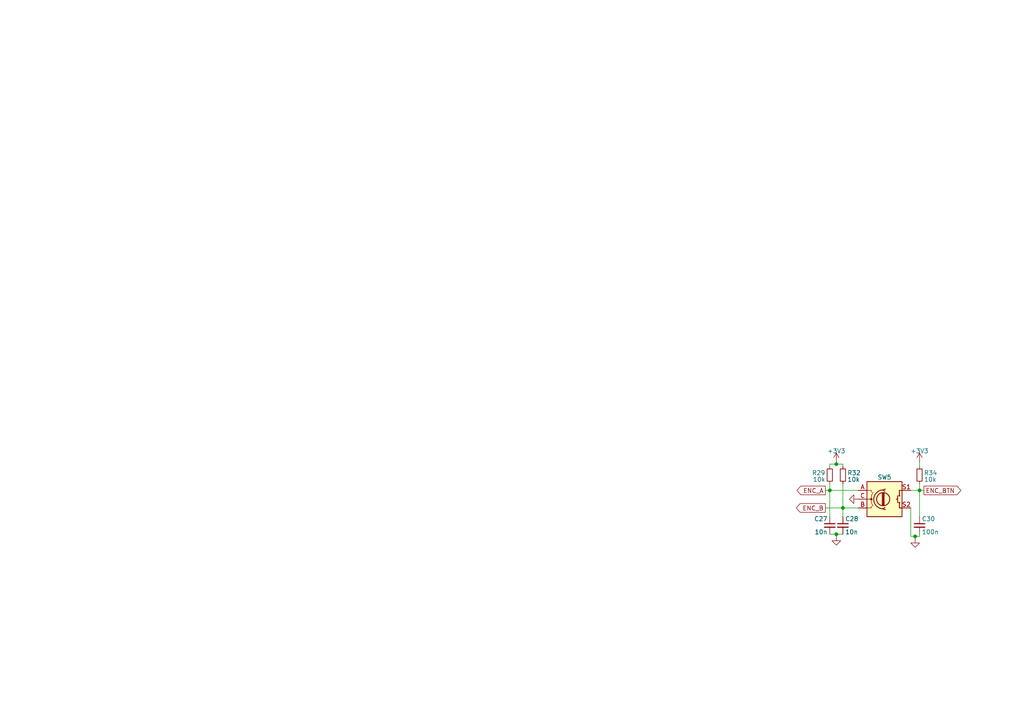
<source format=kicad_sch>
(kicad_sch (version 20250114) (generator "eeschema") (generator_version "9.0")
  (paper "A4")
  (lib_symbols
    (symbol "Device:C_Small" (pin_numbers (hide yes)) (pin_names (offset 0.254) (hide yes))
      (property "Reference" "C" (at 0.254 1.778 0))
      (property "Value" "C_Small" (at 0.254 -2.032 0))
      (symbol "C_Small_0_1"
        (polyline (pts (xy -1.524 0.508) (xy 1.524 0.508)) (stroke (width 0.3048)))
        (polyline (pts (xy -1.524 -0.508) (xy 1.524 -0.508)) (stroke (width 0.3302)))
      )
      (symbol "C_Small_1_1"
        (pin passive line (at 0 2.54 270) (length 2.032) (name "~") (number "1"))
        (pin passive line (at 0 -2.54 90) (length 2.032) (name "~") (number "2"))
      )
    )
    (symbol "Device:R_Small" (pin_numbers (hide yes)) (pin_names (offset 0.254) (hide yes))
      (property "Reference" "R" (at 0.762 0.508 0))
      (property "Value" "R_Small" (at 0.762 -1.016 0))
      (symbol "R_Small_0_1"
        (rectangle (start -0.762 1.778) (end 0.762 -1.778) (stroke (width 0.2032)))
      )
      (symbol "R_Small_1_1"
        (pin passive line (at 0 2.54 270) (length 0.762) (name "~") (number "1"))
        (pin passive line (at 0 -2.54 90) (length 0.762) (name "~") (number "2"))
      )
    )
    (symbol "Device:RotaryEncoder_Switch" (pin_names (offset 0.254) (hide yes))
      (property "Reference" "SW" (at 0 6.604 0))
      (property "Value" "RotaryEncoder_Switch" (at 0 -6.604 0))
      (symbol "RotaryEncoder_Switch_0_1"
        (rectangle (start -5.08 5.08) (end 5.08 -5.08) (stroke (width 0.254)) (fill (type background)))
        (polyline (pts (xy -5.08 2.54) (xy -3.81 2.54) (xy -3.81 2.032)))
        (polyline (pts (xy -5.08 0) (xy -3.81 0) (xy -3.81 -1.016) (xy -3.302 -2.032)))
        (polyline (pts (xy -5.08 -2.54) (xy -3.81 -2.54) (xy -3.81 -2.032)))
        (polyline (pts (xy -4.318 0) (xy -3.81 0) (xy -3.81 1.016) (xy -3.302 2.032)))
        (circle (center -3.81 0) (radius 0.254) (fill (type outline)))
        (polyline (pts (xy -0.635 -1.778) (xy -0.635 1.778)) (stroke (width 0.254)))
        (circle (center -0.381 0) (radius 1.905) (stroke (width 0.254)))
        (polyline (pts (xy -0.381 -1.778) (xy -0.381 1.778)) (stroke (width 0.254)))
        (arc (start -0.381 -2.794) (mid -3.0988 -0.0635) (end -0.381 2.667) (stroke (width 0.254)))
        (polyline (pts (xy -0.127 1.778) (xy -0.127 -1.778)) (stroke (width 0.254)))
        (polyline (pts (xy 0.254 2.921) (xy -0.508 2.667) (xy 0.127 2.286)) (stroke (width 0.254)))
        (polyline (pts (xy 0.254 -3.048) (xy -0.508 -2.794) (xy 0.127 -2.413)) (stroke (width 0.254)))
        (polyline (pts (xy 3.81 1.016) (xy 3.81 -1.016)) (stroke (width 0.254)))
        (polyline (pts (xy 3.81 0) (xy 3.429 0)) (stroke (width 0.254)))
        (circle (center 4.318 1.016) (radius 0.127) (stroke (width 0.254)))
        (circle (center 4.318 -1.016) (radius 0.127) (stroke (width 0.254)))
        (polyline (pts (xy 5.08 2.54) (xy 4.318 2.54) (xy 4.318 1.016)) (stroke (width 0.254)))
        (polyline (pts (xy 5.08 -2.54) (xy 4.318 -2.54) (xy 4.318 -1.016)) (stroke (width 0.254)))
      )
      (symbol "RotaryEncoder_Switch_1_1"
        (pin passive line (at -7.62 2.54 0) (length 2.54) (name "A") (number "A"))
        (pin passive line (at -7.62 0 0) (length 2.54) (name "C") (number "C"))
        (pin passive line (at -7.62 -2.54 0) (length 2.54) (name "B") (number "B"))
        (pin passive line (at 7.62 2.54 180) (length 2.54) (name "S1") (number "S1"))
        (pin passive line (at 7.62 -2.54 180) (length 2.54) (name "S2") (number "S2"))
      )
    )
    (symbol "power:+3V3" (power) (pin_numbers (hide yes)) (pin_names (offset 0) (hide yes))
      (property "Value" "+3V3" (at 0 3.556 0))
      (symbol "+3V3_0_1"
        (polyline (pts (xy -0.762 1.27) (xy 0 2.54)))
        (polyline (pts (xy 0 2.54) (xy 0.762 1.27)))
        (polyline (pts (xy 0 0) (xy 0 2.54)))
      )
      (symbol "+3V3_1_1"
        (pin power_in line (at 0 0 90) (length 0) (name "~") (number "1"))
      )
    )
    (symbol "power:GND" (power) (pin_numbers (hide yes)) (pin_names (offset 0) (hide yes))
      (property "Value" "GND" (at 0 -3.81 0))
      (symbol "GND_0_1"
        (polyline (pts (xy 0 0) (xy 0 -1.27) (xy 1.27 -1.27) (xy 0 -2.54) (xy -1.27 -1.27) (xy 0 -1.27)))
      )
      (symbol "GND_1_1"
        (pin power_in line (at 0 0 270) (length 0) (name "~") (number "1"))
      )
    )
  )
  (junction (at 240.665 142.24))
  (junction (at 242.57 134.62))
  (junction (at 265.43 155.575))
  (junction (at 244.475 147.32))
  (junction (at 242.57 154.94))
  (junction (at 266.7 142.24))
  (wire (pts (xy 244.475 147.32) (xy 244.475 149.86)))
  (wire (pts (xy 242.57 154.94) (xy 242.57 155.575)))
  (wire (pts (xy 244.475 147.32) (xy 244.475 140.335)))
  (wire (pts (xy 266.7 142.24) (xy 266.7 149.86)))
  (wire (pts (xy 242.57 134.62) (xy 244.475 134.62)))
  (wire (pts (xy 242.57 133.985) (xy 242.57 134.62)))
  (wire (pts (xy 240.665 142.24) (xy 240.665 149.86)))
  (wire (pts (xy 266.7 133.985) (xy 266.7 135.255)))
  (wire (pts (xy 266.7 155.575) (xy 266.7 154.94)))
  (wire (pts (xy 264.16 142.24) (xy 266.7 142.24)))
  (wire (pts (xy 264.16 147.32) (xy 264.16 155.575)))
  (wire (pts (xy 240.665 135.255) (xy 240.665 134.62)))
  (wire (pts (xy 244.475 134.62) (xy 244.475 135.255)))
  (wire (pts (xy 242.57 154.94) (xy 240.665 154.94)))
  (wire (pts (xy 244.475 154.94) (xy 242.57 154.94)))
  (wire (pts (xy 239.395 142.24) (xy 240.665 142.24)))
  (wire (pts (xy 239.395 147.32) (xy 244.475 147.32)))
  (wire (pts (xy 264.16 155.575) (xy 265.43 155.575)))
  (wire (pts (xy 266.7 142.24) (xy 266.7 140.335)))
  (wire (pts (xy 248.92 142.24) (xy 240.665 142.24)))
  (wire (pts (xy 248.92 147.32) (xy 244.475 147.32)))
  (wire (pts (xy 266.7 142.24) (xy 267.97 142.24)))
  (wire (pts (xy 240.665 142.24) (xy 240.665 140.335)))
  (wire (pts (xy 240.665 134.62) (xy 242.57 134.62)))
  (wire (pts (xy 265.43 155.575) (xy 266.7 155.575)))
  (wire (pts (xy 265.43 155.575) (xy 265.43 156.21)))
  (global_label "ENC_B" (shape output) (at 239.395 147.32 180) (property "Intersheetrefs" "${INTERSHEET_REFS}" (effects (hide yes))))
  (global_label "ENC_A" (shape output) (at 239.395 142.24 180) (property "Intersheetrefs" "${INTERSHEET_REFS}" (effects (hide yes))))
  (global_label "ENC_BTN" (shape output) (at 267.97 142.24 0) (property "Intersheetrefs" "${INTERSHEET_REFS}" (effects (hide yes))))
  (symbol (lib_id "power:GND") (at 242.57 155.575 0) (unit 1)
    (property "Reference" "#PWR021" (effects (hide yes)))
    (property "Value" "GND" (effects (hide yes)))
    (property "Description" "Power symbol creates a global label with name \"GND\" , ground" (effects (hide yes)))
  )
  (symbol (lib_id "Device:R_Small") (at 244.475 137.795 180) (unit 1)
    (property "Reference" "R32" (at 245.745 137.16 0) (effects (justify right)))
    (property "Value" "10k" (at 245.745 139.065 0) (effects (justify right)))
    (property "Footprint" "Resistor_SMD:R_0805_2012Metric" (effects (hide yes)))
    (property "Link" "https://www.chipdip.ru/product/0.125w-0805-10-kom-1" (effects (hide yes)))
  )
  (symbol (lib_id "Device:C_Small") (at 266.7 152.4 0) (unit 1)
    (property "Reference" "C30" (at 267.335 150.495 0) (effects (justify left)))
    (property "Value" "100n" (at 267.335 154.305 0) (effects (justify left)))
    (property "Footprint" "Capacitor_SMD:C_0805_2012Metric" (effects (hide yes)))
    (property "Link" "https://www.chipdip.ru/product0/43780" (effects (hide yes)))
  )
  (symbol (lib_id "Device:RotaryEncoder_Switch") (at 256.54 144.78 0) (unit 1)
    (property "Reference" "SW5" (at 256.54 138.43 0))
    (property "Value" "RotaryEncoder_Switch" (effects (hide yes)))
    (property "Footprint" "Rotary_Encoder:RotaryEncoder_Alps_EC11E-Switch_Vertical_H20mm" (effects (hide yes)))
    (property "Link" "https://aliexpress.ru/item/10000056483250.html" (effects (hide yes)))
  )
  (symbol (lib_id "Device:C_Small") (at 244.475 152.4 0) (unit 1)
    (property "Reference" "C28" (at 245.11 150.495 0) (effects (justify left)))
    (property "Value" "10n" (at 245.11 154.305 0) (effects (justify left)))
    (property "Footprint" "Capacitor_SMD:C_0805_2012Metric" (effects (hide yes)))
    (property "Link" "https://www.chipdip.ru/product0/3407" (effects (hide yes)))
  )
  (symbol (lib_id "power:GND") (at 265.43 156.21 0) (unit 1)
    (property "Reference" "#PWR022" (effects (hide yes)))
    (property "Value" "GND" (effects (hide yes)))
    (property "Description" "Power symbol creates a global label with name \"GND\" , ground" (effects (hide yes)))
  )
  (symbol (lib_id "power:+3V3") (at 242.57 133.985 0) (unit 1)
    (property "Reference" "#PWR0108" (effects (hide yes)))
    (property "Value" "+3V3" (at 242.57 130.81 0))
  )
  (symbol (lib_id "power:+3V3") (at 266.7 133.985 0) (unit 1)
    (property "Reference" "#PWR0118" (effects (hide yes)))
    (property "Value" "+3V3" (at 266.7 130.81 0))
  )
  (symbol (lib_id "Device:R_Small") (at 266.7 137.795 180) (unit 1)
    (property "Reference" "R34" (at 267.97 137.16 0) (effects (justify right)))
    (property "Value" "10k" (at 267.97 139.065 0) (effects (justify right)))
    (property "Footprint" "Resistor_SMD:R_0805_2012Metric" (effects (hide yes)))
    (property "Link" "https://www.chipdip.ru/product/0.125w-0805-10-kom-1" (effects (hide yes)))
  )
  (symbol (lib_id "power:GND") (at 248.92 144.78 270) (unit 1)
    (property "Reference" "#PWR025" (effects (hide yes)))
    (property "Value" "GND" (effects (hide yes)))
    (property "Description" "Power symbol creates a global label with name \"GND\" , ground" (effects (hide yes)))
  )
  (symbol (lib_id "Device:R_Small") (at 240.665 137.795 180) (unit 1)
    (property "Reference" "R29" (at 239.395 137.16 0) (effects (justify left)))
    (property "Value" "10k" (at 239.395 139.065 0) (effects (justify left)))
    (property "Footprint" "Resistor_SMD:R_0805_2012Metric" (effects (hide yes)))
    (property "Link" "https://www.chipdip.ru/product/0.125w-0805-10-kom-1" (effects (hide yes)))
  )
  (symbol (lib_id "Device:C_Small") (at 240.665 152.4 0) (unit 1)
    (property "Reference" "C27" (at 240.03 150.495 0) (effects (justify right)))
    (property "Value" "10n" (at 240.03 154.305 0) (effects (justify right)))
    (property "Footprint" "Capacitor_SMD:C_0805_2012Metric" (effects (hide yes)))
    (property "Link" "https://www.chipdip.ru/product0/3407" (effects (hide yes)))
  )
)
</source>
